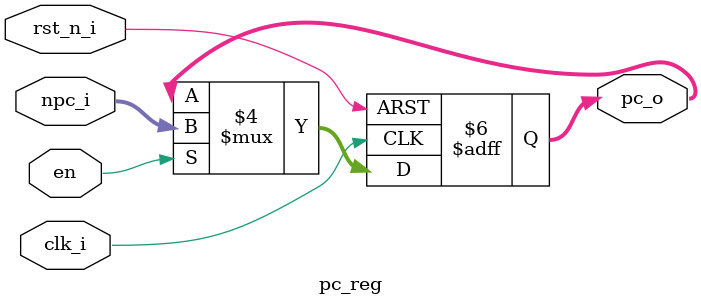
<source format=v>
`timescale 1ns / 1ps

module pc_reg(
    input             clk_i  ,
    input             rst_n_i,
    input             en     ,
    input      [31:0] npc_i  , // next pc

    output reg [31:0] pc_o
);

always @(posedge clk_i or negedge rst_n_i) begin
    // DEBUG: `rst_n`; timing might be wrong, refers to xyfJASON

    // reset active low
    if (~rst_n_i) begin
        pc_o <= 31'b0;
    end else if (en) begin
        pc_o <= npc_i;
    end else begin
        pc_o <= pc_o;
    end
end

endmodule

</source>
